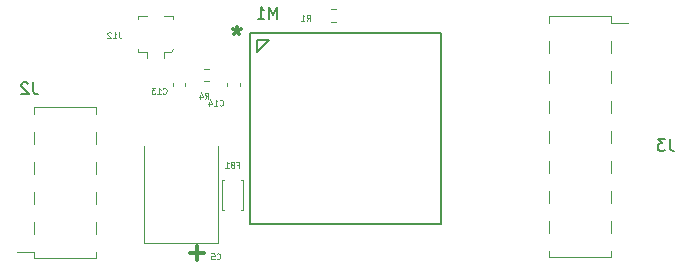
<source format=gbr>
%TF.GenerationSoftware,KiCad,Pcbnew,8.0.5*%
%TF.CreationDate,2024-10-08T13:53:17+03:00*%
%TF.ProjectId,LEXI-R422,4c455849-2d52-4343-9232-2e6b69636164,rev?*%
%TF.SameCoordinates,Original*%
%TF.FileFunction,Legend,Bot*%
%TF.FilePolarity,Positive*%
%FSLAX46Y46*%
G04 Gerber Fmt 4.6, Leading zero omitted, Abs format (unit mm)*
G04 Created by KiCad (PCBNEW 8.0.5) date 2024-10-08 13:53:17*
%MOMM*%
%LPD*%
G01*
G04 APERTURE LIST*
%ADD10C,0.300000*%
%ADD11C,0.100000*%
%ADD12C,0.150000*%
%ADD13C,0.120000*%
G04 APERTURE END LIST*
D10*
X30828571Y1093100D02*
X31971429Y1093100D01*
X31400000Y521671D02*
X31400000Y1664528D01*
X34781203Y20269171D02*
X34781203Y19912028D01*
X35138346Y20054885D02*
X34781203Y19912028D01*
X34781203Y19912028D02*
X34424060Y20054885D01*
X34995489Y19626314D02*
X34781203Y19912028D01*
X34781203Y19912028D02*
X34566917Y19626314D01*
D11*
X33083333Y621509D02*
X33107142Y597700D01*
X33107142Y597700D02*
X33178571Y573890D01*
X33178571Y573890D02*
X33226190Y573890D01*
X33226190Y573890D02*
X33297618Y597700D01*
X33297618Y597700D02*
X33345237Y645319D01*
X33345237Y645319D02*
X33369047Y692938D01*
X33369047Y692938D02*
X33392856Y788176D01*
X33392856Y788176D02*
X33392856Y859604D01*
X33392856Y859604D02*
X33369047Y954842D01*
X33369047Y954842D02*
X33345237Y1002461D01*
X33345237Y1002461D02*
X33297618Y1050080D01*
X33297618Y1050080D02*
X33226190Y1073890D01*
X33226190Y1073890D02*
X33178571Y1073890D01*
X33178571Y1073890D02*
X33107142Y1050080D01*
X33107142Y1050080D02*
X33083333Y1026271D01*
X32630952Y1073890D02*
X32869047Y1073890D01*
X32869047Y1073890D02*
X32892856Y835795D01*
X32892856Y835795D02*
X32869047Y859604D01*
X32869047Y859604D02*
X32821428Y883414D01*
X32821428Y883414D02*
X32702380Y883414D01*
X32702380Y883414D02*
X32654761Y859604D01*
X32654761Y859604D02*
X32630952Y835795D01*
X32630952Y835795D02*
X32607142Y788176D01*
X32607142Y788176D02*
X32607142Y669128D01*
X32607142Y669128D02*
X32630952Y621509D01*
X32630952Y621509D02*
X32654761Y597700D01*
X32654761Y597700D02*
X32702380Y573890D01*
X32702380Y573890D02*
X32821428Y573890D01*
X32821428Y573890D02*
X32869047Y597700D01*
X32869047Y597700D02*
X32892856Y621509D01*
X24804761Y19788090D02*
X24804761Y19430947D01*
X24804761Y19430947D02*
X24828570Y19359519D01*
X24828570Y19359519D02*
X24876189Y19311900D01*
X24876189Y19311900D02*
X24947618Y19288090D01*
X24947618Y19288090D02*
X24995237Y19288090D01*
X24304761Y19288090D02*
X24590475Y19288090D01*
X24447618Y19288090D02*
X24447618Y19788090D01*
X24447618Y19788090D02*
X24495237Y19716661D01*
X24495237Y19716661D02*
X24542856Y19669042D01*
X24542856Y19669042D02*
X24590475Y19645233D01*
X24114285Y19740471D02*
X24090476Y19764280D01*
X24090476Y19764280D02*
X24042857Y19788090D01*
X24042857Y19788090D02*
X23923809Y19788090D01*
X23923809Y19788090D02*
X23876190Y19764280D01*
X23876190Y19764280D02*
X23852381Y19740471D01*
X23852381Y19740471D02*
X23828571Y19692852D01*
X23828571Y19692852D02*
X23828571Y19645233D01*
X23828571Y19645233D02*
X23852381Y19573804D01*
X23852381Y19573804D02*
X24138095Y19288090D01*
X24138095Y19288090D02*
X23828571Y19288090D01*
D12*
X71427933Y10755980D02*
X71427933Y10041695D01*
X71427933Y10041695D02*
X71475552Y9898838D01*
X71475552Y9898838D02*
X71570790Y9803600D01*
X71570790Y9803600D02*
X71713647Y9755980D01*
X71713647Y9755980D02*
X71808885Y9755980D01*
X71046980Y10755980D02*
X70427933Y10755980D01*
X70427933Y10755980D02*
X70761266Y10375028D01*
X70761266Y10375028D02*
X70618409Y10375028D01*
X70618409Y10375028D02*
X70523171Y10327409D01*
X70523171Y10327409D02*
X70475552Y10279790D01*
X70475552Y10279790D02*
X70427933Y10184552D01*
X70427933Y10184552D02*
X70427933Y9946457D01*
X70427933Y9946457D02*
X70475552Y9851219D01*
X70475552Y9851219D02*
X70523171Y9803600D01*
X70523171Y9803600D02*
X70618409Y9755980D01*
X70618409Y9755980D02*
X70904123Y9755980D01*
X70904123Y9755980D02*
X70999361Y9803600D01*
X70999361Y9803600D02*
X71046980Y9851219D01*
X38209523Y20945180D02*
X38209523Y21945180D01*
X38209523Y21945180D02*
X37876190Y21230895D01*
X37876190Y21230895D02*
X37542857Y21945180D01*
X37542857Y21945180D02*
X37542857Y20945180D01*
X36542857Y20945180D02*
X37114285Y20945180D01*
X36828571Y20945180D02*
X36828571Y21945180D01*
X36828571Y21945180D02*
X36923809Y21802323D01*
X36923809Y21802323D02*
X37019047Y21707085D01*
X37019047Y21707085D02*
X37114285Y21659466D01*
D11*
X32083333Y14173890D02*
X32249999Y14411985D01*
X32369047Y14173890D02*
X32369047Y14673890D01*
X32369047Y14673890D02*
X32178571Y14673890D01*
X32178571Y14673890D02*
X32130952Y14650080D01*
X32130952Y14650080D02*
X32107142Y14626271D01*
X32107142Y14626271D02*
X32083333Y14578652D01*
X32083333Y14578652D02*
X32083333Y14507223D01*
X32083333Y14507223D02*
X32107142Y14459604D01*
X32107142Y14459604D02*
X32130952Y14435795D01*
X32130952Y14435795D02*
X32178571Y14411985D01*
X32178571Y14411985D02*
X32369047Y14411985D01*
X31654761Y14507223D02*
X31654761Y14173890D01*
X31773809Y14697700D02*
X31892856Y14340557D01*
X31892856Y14340557D02*
X31583333Y14340557D01*
X40683333Y20773890D02*
X40849999Y21011985D01*
X40969047Y20773890D02*
X40969047Y21273890D01*
X40969047Y21273890D02*
X40778571Y21273890D01*
X40778571Y21273890D02*
X40730952Y21250080D01*
X40730952Y21250080D02*
X40707142Y21226271D01*
X40707142Y21226271D02*
X40683333Y21178652D01*
X40683333Y21178652D02*
X40683333Y21107223D01*
X40683333Y21107223D02*
X40707142Y21059604D01*
X40707142Y21059604D02*
X40730952Y21035795D01*
X40730952Y21035795D02*
X40778571Y21011985D01*
X40778571Y21011985D02*
X40969047Y21011985D01*
X40207142Y20773890D02*
X40492856Y20773890D01*
X40349999Y20773890D02*
X40349999Y21273890D01*
X40349999Y21273890D02*
X40397618Y21202461D01*
X40397618Y21202461D02*
X40445237Y21154842D01*
X40445237Y21154842D02*
X40492856Y21131033D01*
X34816665Y8585795D02*
X34983332Y8585795D01*
X34983332Y8323890D02*
X34983332Y8823890D01*
X34983332Y8823890D02*
X34745237Y8823890D01*
X34388094Y8585795D02*
X34316666Y8561985D01*
X34316666Y8561985D02*
X34292856Y8538176D01*
X34292856Y8538176D02*
X34269047Y8490557D01*
X34269047Y8490557D02*
X34269047Y8419128D01*
X34269047Y8419128D02*
X34292856Y8371509D01*
X34292856Y8371509D02*
X34316666Y8347700D01*
X34316666Y8347700D02*
X34364285Y8323890D01*
X34364285Y8323890D02*
X34554761Y8323890D01*
X34554761Y8323890D02*
X34554761Y8823890D01*
X34554761Y8823890D02*
X34388094Y8823890D01*
X34388094Y8823890D02*
X34340475Y8800080D01*
X34340475Y8800080D02*
X34316666Y8776271D01*
X34316666Y8776271D02*
X34292856Y8728652D01*
X34292856Y8728652D02*
X34292856Y8681033D01*
X34292856Y8681033D02*
X34316666Y8633414D01*
X34316666Y8633414D02*
X34340475Y8609604D01*
X34340475Y8609604D02*
X34388094Y8585795D01*
X34388094Y8585795D02*
X34554761Y8585795D01*
X33792856Y8323890D02*
X34078570Y8323890D01*
X33935713Y8323890D02*
X33935713Y8823890D01*
X33935713Y8823890D02*
X33983332Y8752461D01*
X33983332Y8752461D02*
X34030951Y8704842D01*
X34030951Y8704842D02*
X34078570Y8681033D01*
D12*
X17533333Y15545180D02*
X17533333Y14830895D01*
X17533333Y14830895D02*
X17580952Y14688038D01*
X17580952Y14688038D02*
X17676190Y14592800D01*
X17676190Y14592800D02*
X17819047Y14545180D01*
X17819047Y14545180D02*
X17914285Y14545180D01*
X17104761Y15449942D02*
X17057142Y15497561D01*
X17057142Y15497561D02*
X16961904Y15545180D01*
X16961904Y15545180D02*
X16723809Y15545180D01*
X16723809Y15545180D02*
X16628571Y15497561D01*
X16628571Y15497561D02*
X16580952Y15449942D01*
X16580952Y15449942D02*
X16533333Y15354704D01*
X16533333Y15354704D02*
X16533333Y15259466D01*
X16533333Y15259466D02*
X16580952Y15116609D01*
X16580952Y15116609D02*
X17152380Y14545180D01*
X17152380Y14545180D02*
X16533333Y14545180D01*
D11*
X28521428Y14621509D02*
X28545237Y14597700D01*
X28545237Y14597700D02*
X28616666Y14573890D01*
X28616666Y14573890D02*
X28664285Y14573890D01*
X28664285Y14573890D02*
X28735713Y14597700D01*
X28735713Y14597700D02*
X28783332Y14645319D01*
X28783332Y14645319D02*
X28807142Y14692938D01*
X28807142Y14692938D02*
X28830951Y14788176D01*
X28830951Y14788176D02*
X28830951Y14859604D01*
X28830951Y14859604D02*
X28807142Y14954842D01*
X28807142Y14954842D02*
X28783332Y15002461D01*
X28783332Y15002461D02*
X28735713Y15050080D01*
X28735713Y15050080D02*
X28664285Y15073890D01*
X28664285Y15073890D02*
X28616666Y15073890D01*
X28616666Y15073890D02*
X28545237Y15050080D01*
X28545237Y15050080D02*
X28521428Y15026271D01*
X28045237Y14573890D02*
X28330951Y14573890D01*
X28188094Y14573890D02*
X28188094Y15073890D01*
X28188094Y15073890D02*
X28235713Y15002461D01*
X28235713Y15002461D02*
X28283332Y14954842D01*
X28283332Y14954842D02*
X28330951Y14931033D01*
X27878571Y15073890D02*
X27569047Y15073890D01*
X27569047Y15073890D02*
X27735714Y14883414D01*
X27735714Y14883414D02*
X27664285Y14883414D01*
X27664285Y14883414D02*
X27616666Y14859604D01*
X27616666Y14859604D02*
X27592857Y14835795D01*
X27592857Y14835795D02*
X27569047Y14788176D01*
X27569047Y14788176D02*
X27569047Y14669128D01*
X27569047Y14669128D02*
X27592857Y14621509D01*
X27592857Y14621509D02*
X27616666Y14597700D01*
X27616666Y14597700D02*
X27664285Y14573890D01*
X27664285Y14573890D02*
X27807142Y14573890D01*
X27807142Y14573890D02*
X27854761Y14597700D01*
X27854761Y14597700D02*
X27878571Y14621509D01*
X33321428Y13621509D02*
X33345237Y13597700D01*
X33345237Y13597700D02*
X33416666Y13573890D01*
X33416666Y13573890D02*
X33464285Y13573890D01*
X33464285Y13573890D02*
X33535713Y13597700D01*
X33535713Y13597700D02*
X33583332Y13645319D01*
X33583332Y13645319D02*
X33607142Y13692938D01*
X33607142Y13692938D02*
X33630951Y13788176D01*
X33630951Y13788176D02*
X33630951Y13859604D01*
X33630951Y13859604D02*
X33607142Y13954842D01*
X33607142Y13954842D02*
X33583332Y14002461D01*
X33583332Y14002461D02*
X33535713Y14050080D01*
X33535713Y14050080D02*
X33464285Y14073890D01*
X33464285Y14073890D02*
X33416666Y14073890D01*
X33416666Y14073890D02*
X33345237Y14050080D01*
X33345237Y14050080D02*
X33321428Y14026271D01*
X32845237Y13573890D02*
X33130951Y13573890D01*
X32988094Y13573890D02*
X32988094Y14073890D01*
X32988094Y14073890D02*
X33035713Y14002461D01*
X33035713Y14002461D02*
X33083332Y13954842D01*
X33083332Y13954842D02*
X33130951Y13931033D01*
X32416666Y13907223D02*
X32416666Y13573890D01*
X32535714Y14097700D02*
X32654761Y13740557D01*
X32654761Y13740557D02*
X32345238Y13740557D01*
D13*
%TO.C,C5*%
X26900000Y10130000D02*
X26900000Y1945000D01*
X26900000Y1945000D02*
X33220000Y1945000D01*
X33220000Y1945000D02*
X33220000Y10130000D01*
%TO.C,J12*%
X26375000Y21150000D02*
X26375000Y20950000D01*
X26375000Y18350000D02*
X26375000Y18150000D01*
X26375000Y18150000D02*
X27175000Y18150000D01*
X27175000Y21150000D02*
X26375000Y21150000D01*
X27175000Y18150000D02*
X27175000Y17650000D01*
X28575000Y18150000D02*
X28575000Y17650000D01*
X28575000Y18150000D02*
X29175000Y18150000D01*
X29175000Y18150000D02*
X29375000Y18350000D01*
X29375000Y21150000D02*
X28575000Y21150000D01*
X29375000Y20950000D02*
X29375000Y21150000D01*
%TO.C,J3*%
X61225000Y21170000D02*
X61225000Y20600000D01*
X61225000Y19080000D02*
X61225000Y18060000D01*
X61225000Y16540000D02*
X61225000Y15520000D01*
X61225000Y14000000D02*
X61225000Y12980000D01*
X61225000Y11460000D02*
X61225000Y10440000D01*
X61225000Y8920000D02*
X61225000Y7900000D01*
X61225000Y6380000D02*
X61225000Y5360000D01*
X61225000Y3840000D02*
X61225000Y2820000D01*
X61225000Y1300000D02*
X61225000Y730000D01*
X66425000Y21170000D02*
X61225000Y21170000D01*
X66425000Y21170000D02*
X66425000Y20600000D01*
X66425000Y19080000D02*
X66425000Y18060000D01*
X66425000Y16540000D02*
X66425000Y15520000D01*
X66425000Y14000000D02*
X66425000Y12980000D01*
X66425000Y11460000D02*
X66425000Y10440000D01*
X66425000Y8920000D02*
X66425000Y7900000D01*
X66425000Y6380000D02*
X66425000Y5360000D01*
X66425000Y3840000D02*
X66425000Y2820000D01*
X66425000Y1300000D02*
X66425000Y730000D01*
X66425000Y730000D02*
X61225000Y730000D01*
X67865000Y20600000D02*
X66425000Y20600000D01*
D12*
%TO.C,M1*%
X35900000Y19750000D02*
X52100000Y19750000D01*
X35900000Y3550000D02*
X35900000Y19750000D01*
X35900000Y3550000D02*
X52100000Y3550000D01*
X36500000Y19150000D02*
X37500000Y19150000D01*
X36500000Y18150000D02*
X36500000Y19150000D01*
X36500000Y18150000D02*
X37500000Y19150000D01*
X52100000Y3550000D02*
X52100000Y19750000D01*
D13*
%TO.C,R4*%
X32462258Y16672500D02*
X31987742Y16672500D01*
X32462258Y15627500D02*
X31987742Y15627500D01*
%TO.C,R1*%
X43212258Y21722500D02*
X42737742Y21722500D01*
X43212258Y20677500D02*
X42737742Y20677500D01*
%TO.C,FB1*%
X33515000Y4740000D02*
X33515000Y7260000D01*
X33665000Y7260000D02*
X33515000Y7260000D01*
X33665000Y4740000D02*
X33515000Y4740000D01*
X35135000Y7260000D02*
X35285000Y7260000D01*
X35135000Y4740000D02*
X35285000Y4740000D01*
X35285000Y4740000D02*
X35285000Y7260000D01*
%TO.C,J2*%
X16185000Y1210000D02*
X17625000Y1210000D01*
X17625000Y13460000D02*
X22825000Y13460000D01*
X17625000Y12890000D02*
X17625000Y13460000D01*
X17625000Y10350000D02*
X17625000Y11370000D01*
X17625000Y7810000D02*
X17625000Y8830000D01*
X17625000Y5270000D02*
X17625000Y6290000D01*
X17625000Y2730000D02*
X17625000Y3750000D01*
X17625000Y640000D02*
X17625000Y1210000D01*
X17625000Y640000D02*
X22825000Y640000D01*
X22825000Y12890000D02*
X22825000Y13460000D01*
X22825000Y10350000D02*
X22825000Y11370000D01*
X22825000Y7810000D02*
X22825000Y8830000D01*
X22825000Y5270000D02*
X22825000Y6290000D01*
X22825000Y2730000D02*
X22825000Y3750000D01*
X22825000Y640000D02*
X22825000Y1210000D01*
%TO.C,C13*%
X29365000Y15234420D02*
X29365000Y15515580D01*
X30385000Y15234420D02*
X30385000Y15515580D01*
%TO.C,C14*%
X33990000Y15234420D02*
X33990000Y15515580D01*
X35010000Y15234420D02*
X35010000Y15515580D01*
%TD*%
M02*

</source>
